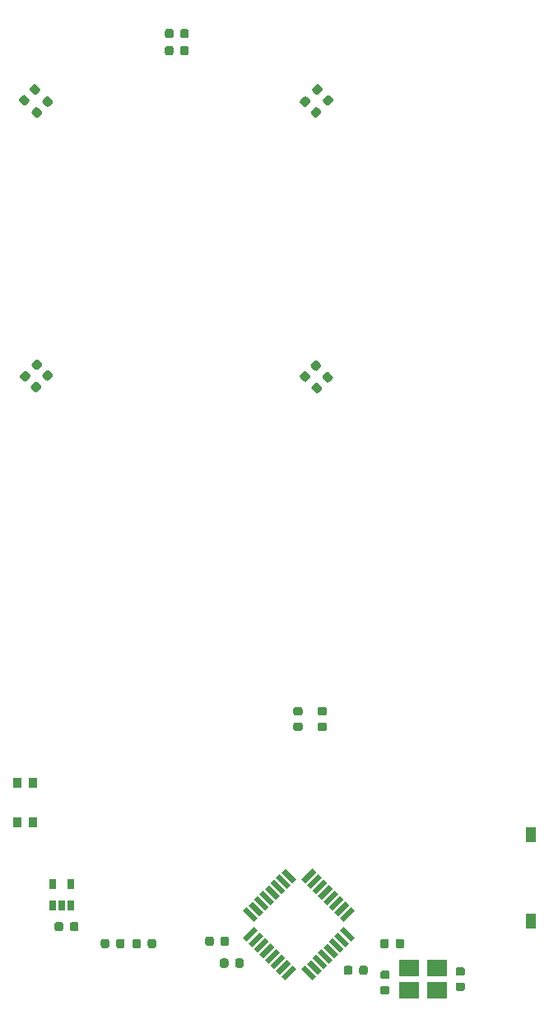
<source format=gbr>
G04 #@! TF.GenerationSoftware,KiCad,Pcbnew,5.1.7-a382d34a8~87~ubuntu20.04.1*
G04 #@! TF.CreationDate,2020-10-04T08:45:11+02:00*
G04 #@! TF.ProjectId,reform2-trackball,7265666f-726d-4322-9d74-7261636b6261,rev?*
G04 #@! TF.SameCoordinates,Original*
G04 #@! TF.FileFunction,Paste,Top*
G04 #@! TF.FilePolarity,Positive*
%FSLAX46Y46*%
G04 Gerber Fmt 4.6, Leading zero omitted, Abs format (unit mm)*
G04 Created by KiCad (PCBNEW 5.1.7-a382d34a8~87~ubuntu20.04.1) date 2020-10-04 08:45:11*
%MOMM*%
%LPD*%
G01*
G04 APERTURE LIST*
%ADD10R,0.650000X1.060000*%
%ADD11R,1.100000X1.500000*%
%ADD12R,0.900000X1.000000*%
%ADD13R,2.100000X1.800000*%
%ADD14C,0.100000*%
G04 APERTURE END LIST*
G36*
G01*
X126543750Y-133250000D02*
X127056250Y-133250000D01*
G75*
G02*
X127275000Y-133468750I0J-218750D01*
G01*
X127275000Y-133906250D01*
G75*
G02*
X127056250Y-134125000I-218750J0D01*
G01*
X126543750Y-134125000D01*
G75*
G02*
X126325000Y-133906250I0J218750D01*
G01*
X126325000Y-133468750D01*
G75*
G02*
X126543750Y-133250000I218750J0D01*
G01*
G37*
G36*
G01*
X126543750Y-131675000D02*
X127056250Y-131675000D01*
G75*
G02*
X127275000Y-131893750I0J-218750D01*
G01*
X127275000Y-132331250D01*
G75*
G02*
X127056250Y-132550000I-218750J0D01*
G01*
X126543750Y-132550000D01*
G75*
G02*
X126325000Y-132331250I0J218750D01*
G01*
X126325000Y-131893750D01*
G75*
G02*
X126543750Y-131675000I218750J0D01*
G01*
G37*
G36*
G01*
X124043750Y-133250000D02*
X124556250Y-133250000D01*
G75*
G02*
X124775000Y-133468750I0J-218750D01*
G01*
X124775000Y-133906250D01*
G75*
G02*
X124556250Y-134125000I-218750J0D01*
G01*
X124043750Y-134125000D01*
G75*
G02*
X123825000Y-133906250I0J218750D01*
G01*
X123825000Y-133468750D01*
G75*
G02*
X124043750Y-133250000I218750J0D01*
G01*
G37*
G36*
G01*
X124043750Y-131675000D02*
X124556250Y-131675000D01*
G75*
G02*
X124775000Y-131893750I0J-218750D01*
G01*
X124775000Y-132331250D01*
G75*
G02*
X124556250Y-132550000I-218750J0D01*
G01*
X124043750Y-132550000D01*
G75*
G02*
X123825000Y-132331250I0J218750D01*
G01*
X123825000Y-131893750D01*
G75*
G02*
X124043750Y-131675000I218750J0D01*
G01*
G37*
G36*
G01*
X108150000Y-155743750D02*
X108150000Y-156256250D01*
G75*
G02*
X107931250Y-156475000I-218750J0D01*
G01*
X107493750Y-156475000D01*
G75*
G02*
X107275000Y-156256250I0J218750D01*
G01*
X107275000Y-155743750D01*
G75*
G02*
X107493750Y-155525000I218750J0D01*
G01*
X107931250Y-155525000D01*
G75*
G02*
X108150000Y-155743750I0J-218750D01*
G01*
G37*
G36*
G01*
X109725000Y-155743750D02*
X109725000Y-156256250D01*
G75*
G02*
X109506250Y-156475000I-218750J0D01*
G01*
X109068750Y-156475000D01*
G75*
G02*
X108850000Y-156256250I0J218750D01*
G01*
X108850000Y-155743750D01*
G75*
G02*
X109068750Y-155525000I218750J0D01*
G01*
X109506250Y-155525000D01*
G75*
G02*
X109725000Y-155743750I0J-218750D01*
G01*
G37*
G36*
G01*
X105600000Y-156256250D02*
X105600000Y-155743750D01*
G75*
G02*
X105818750Y-155525000I218750J0D01*
G01*
X106256250Y-155525000D01*
G75*
G02*
X106475000Y-155743750I0J-218750D01*
G01*
X106475000Y-156256250D01*
G75*
G02*
X106256250Y-156475000I-218750J0D01*
G01*
X105818750Y-156475000D01*
G75*
G02*
X105600000Y-156256250I0J218750D01*
G01*
G37*
G36*
G01*
X104025000Y-156256250D02*
X104025000Y-155743750D01*
G75*
G02*
X104243750Y-155525000I218750J0D01*
G01*
X104681250Y-155525000D01*
G75*
G02*
X104900000Y-155743750I0J-218750D01*
G01*
X104900000Y-156256250D01*
G75*
G02*
X104681250Y-156475000I-218750J0D01*
G01*
X104243750Y-156475000D01*
G75*
G02*
X104025000Y-156256250I0J218750D01*
G01*
G37*
D10*
X99050000Y-149900000D03*
X100950000Y-149900000D03*
X100950000Y-152100000D03*
X100000000Y-152100000D03*
X99050000Y-152100000D03*
G36*
G01*
X100850000Y-154506250D02*
X100850000Y-153993750D01*
G75*
G02*
X101068750Y-153775000I218750J0D01*
G01*
X101506250Y-153775000D01*
G75*
G02*
X101725000Y-153993750I0J-218750D01*
G01*
X101725000Y-154506250D01*
G75*
G02*
X101506250Y-154725000I-218750J0D01*
G01*
X101068750Y-154725000D01*
G75*
G02*
X100850000Y-154506250I0J218750D01*
G01*
G37*
G36*
G01*
X99275000Y-154506250D02*
X99275000Y-153993750D01*
G75*
G02*
X99493750Y-153775000I218750J0D01*
G01*
X99931250Y-153775000D01*
G75*
G02*
X100150000Y-153993750I0J-218750D01*
G01*
X100150000Y-154506250D01*
G75*
G02*
X99931250Y-154725000I-218750J0D01*
G01*
X99493750Y-154725000D01*
G75*
G02*
X99275000Y-154506250I0J218750D01*
G01*
G37*
G36*
G01*
X126371316Y-98366291D02*
X126733709Y-98728684D01*
G75*
G02*
X126733709Y-99038044I-154680J-154680D01*
G01*
X126424350Y-99347403D01*
G75*
G02*
X126114990Y-99347403I-154680J154680D01*
G01*
X125752597Y-98985010D01*
G75*
G02*
X125752597Y-98675650I154680J154680D01*
G01*
X126061956Y-98366291D01*
G75*
G02*
X126371316Y-98366291I154680J-154680D01*
G01*
G37*
G36*
G01*
X127485010Y-97252597D02*
X127847403Y-97614990D01*
G75*
G02*
X127847403Y-97924350I-154680J-154680D01*
G01*
X127538044Y-98233709D01*
G75*
G02*
X127228684Y-98233709I-154680J154680D01*
G01*
X126866291Y-97871316D01*
G75*
G02*
X126866291Y-97561956I154680J154680D01*
G01*
X127175650Y-97252597D01*
G75*
G02*
X127485010Y-97252597I154680J-154680D01*
G01*
G37*
G36*
G01*
X126916291Y-69128684D02*
X127278684Y-68766291D01*
G75*
G02*
X127588044Y-68766291I154680J-154680D01*
G01*
X127897403Y-69075650D01*
G75*
G02*
X127897403Y-69385010I-154680J-154680D01*
G01*
X127535010Y-69747403D01*
G75*
G02*
X127225650Y-69747403I-154680J154680D01*
G01*
X126916291Y-69438044D01*
G75*
G02*
X126916291Y-69128684I154680J154680D01*
G01*
G37*
G36*
G01*
X125802597Y-68014990D02*
X126164990Y-67652597D01*
G75*
G02*
X126474350Y-67652597I154680J-154680D01*
G01*
X126783709Y-67961956D01*
G75*
G02*
X126783709Y-68271316I-154680J-154680D01*
G01*
X126421316Y-68633709D01*
G75*
G02*
X126111956Y-68633709I-154680J154680D01*
G01*
X125802597Y-68324350D01*
G75*
G02*
X125802597Y-68014990I154680J154680D01*
G01*
G37*
G36*
G01*
X112200000Y-62656250D02*
X112200000Y-62143750D01*
G75*
G02*
X112418750Y-61925000I218750J0D01*
G01*
X112856250Y-61925000D01*
G75*
G02*
X113075000Y-62143750I0J-218750D01*
G01*
X113075000Y-62656250D01*
G75*
G02*
X112856250Y-62875000I-218750J0D01*
G01*
X112418750Y-62875000D01*
G75*
G02*
X112200000Y-62656250I0J218750D01*
G01*
G37*
G36*
G01*
X110625000Y-62656250D02*
X110625000Y-62143750D01*
G75*
G02*
X110843750Y-61925000I218750J0D01*
G01*
X111281250Y-61925000D01*
G75*
G02*
X111500000Y-62143750I0J-218750D01*
G01*
X111500000Y-62656250D01*
G75*
G02*
X111281250Y-62875000I-218750J0D01*
G01*
X110843750Y-62875000D01*
G75*
G02*
X110625000Y-62656250I0J218750D01*
G01*
G37*
G36*
G01*
X96271316Y-68766291D02*
X96633709Y-69128684D01*
G75*
G02*
X96633709Y-69438044I-154680J-154680D01*
G01*
X96324350Y-69747403D01*
G75*
G02*
X96014990Y-69747403I-154680J154680D01*
G01*
X95652597Y-69385010D01*
G75*
G02*
X95652597Y-69075650I154680J154680D01*
G01*
X95961956Y-68766291D01*
G75*
G02*
X96271316Y-68766291I154680J-154680D01*
G01*
G37*
G36*
G01*
X97385010Y-67652597D02*
X97747403Y-68014990D01*
G75*
G02*
X97747403Y-68324350I-154680J-154680D01*
G01*
X97438044Y-68633709D01*
G75*
G02*
X97128684Y-68633709I-154680J154680D01*
G01*
X96766291Y-68271316D01*
G75*
G02*
X96766291Y-67961956I154680J154680D01*
G01*
X97075650Y-67652597D01*
G75*
G02*
X97385010Y-67652597I154680J-154680D01*
G01*
G37*
G36*
G01*
X96733709Y-97771316D02*
X96371316Y-98133709D01*
G75*
G02*
X96061956Y-98133709I-154680J154680D01*
G01*
X95752597Y-97824350D01*
G75*
G02*
X95752597Y-97514990I154680J154680D01*
G01*
X96114990Y-97152597D01*
G75*
G02*
X96424350Y-97152597I154680J-154680D01*
G01*
X96733709Y-97461956D01*
G75*
G02*
X96733709Y-97771316I-154680J-154680D01*
G01*
G37*
G36*
G01*
X97847403Y-98885010D02*
X97485010Y-99247403D01*
G75*
G02*
X97175650Y-99247403I-154680J154680D01*
G01*
X96866291Y-98938044D01*
G75*
G02*
X96866291Y-98628684I154680J154680D01*
G01*
X97228684Y-98266291D01*
G75*
G02*
X97538044Y-98266291I154680J-154680D01*
G01*
X97847403Y-98575650D01*
G75*
G02*
X97847403Y-98885010I-154680J-154680D01*
G01*
G37*
G36*
G01*
X133650000Y-155743750D02*
X133650000Y-156256250D01*
G75*
G02*
X133431250Y-156475000I-218750J0D01*
G01*
X132993750Y-156475000D01*
G75*
G02*
X132775000Y-156256250I0J218750D01*
G01*
X132775000Y-155743750D01*
G75*
G02*
X132993750Y-155525000I218750J0D01*
G01*
X133431250Y-155525000D01*
G75*
G02*
X133650000Y-155743750I0J-218750D01*
G01*
G37*
G36*
G01*
X135225000Y-155743750D02*
X135225000Y-156256250D01*
G75*
G02*
X135006250Y-156475000I-218750J0D01*
G01*
X134568750Y-156475000D01*
G75*
G02*
X134350000Y-156256250I0J218750D01*
G01*
X134350000Y-155743750D01*
G75*
G02*
X134568750Y-155525000I218750J0D01*
G01*
X135006250Y-155525000D01*
G75*
G02*
X135225000Y-155743750I0J-218750D01*
G01*
G37*
G36*
G01*
X116350000Y-156006250D02*
X116350000Y-155493750D01*
G75*
G02*
X116568750Y-155275000I218750J0D01*
G01*
X117006250Y-155275000D01*
G75*
G02*
X117225000Y-155493750I0J-218750D01*
G01*
X117225000Y-156006250D01*
G75*
G02*
X117006250Y-156225000I-218750J0D01*
G01*
X116568750Y-156225000D01*
G75*
G02*
X116350000Y-156006250I0J218750D01*
G01*
G37*
G36*
G01*
X114775000Y-156006250D02*
X114775000Y-155493750D01*
G75*
G02*
X114993750Y-155275000I218750J0D01*
G01*
X115431250Y-155275000D01*
G75*
G02*
X115650000Y-155493750I0J-218750D01*
G01*
X115650000Y-156006250D01*
G75*
G02*
X115431250Y-156225000I-218750J0D01*
G01*
X114993750Y-156225000D01*
G75*
G02*
X114775000Y-156006250I0J218750D01*
G01*
G37*
G36*
G01*
X117150000Y-157743750D02*
X117150000Y-158256250D01*
G75*
G02*
X116931250Y-158475000I-218750J0D01*
G01*
X116493750Y-158475000D01*
G75*
G02*
X116275000Y-158256250I0J218750D01*
G01*
X116275000Y-157743750D01*
G75*
G02*
X116493750Y-157525000I218750J0D01*
G01*
X116931250Y-157525000D01*
G75*
G02*
X117150000Y-157743750I0J-218750D01*
G01*
G37*
G36*
G01*
X118725000Y-157743750D02*
X118725000Y-158256250D01*
G75*
G02*
X118506250Y-158475000I-218750J0D01*
G01*
X118068750Y-158475000D01*
G75*
G02*
X117850000Y-158256250I0J218750D01*
G01*
X117850000Y-157743750D01*
G75*
G02*
X118068750Y-157525000I218750J0D01*
G01*
X118506250Y-157525000D01*
G75*
G02*
X118725000Y-157743750I0J-218750D01*
G01*
G37*
G36*
G01*
X130600000Y-159006250D02*
X130600000Y-158493750D01*
G75*
G02*
X130818750Y-158275000I218750J0D01*
G01*
X131256250Y-158275000D01*
G75*
G02*
X131475000Y-158493750I0J-218750D01*
G01*
X131475000Y-159006250D01*
G75*
G02*
X131256250Y-159225000I-218750J0D01*
G01*
X130818750Y-159225000D01*
G75*
G02*
X130600000Y-159006250I0J218750D01*
G01*
G37*
G36*
G01*
X129025000Y-159006250D02*
X129025000Y-158493750D01*
G75*
G02*
X129243750Y-158275000I218750J0D01*
G01*
X129681250Y-158275000D01*
G75*
G02*
X129900000Y-158493750I0J-218750D01*
G01*
X129900000Y-159006250D01*
G75*
G02*
X129681250Y-159225000I-218750J0D01*
G01*
X129243750Y-159225000D01*
G75*
G02*
X129025000Y-159006250I0J218750D01*
G01*
G37*
G36*
G01*
X132993750Y-160350000D02*
X133506250Y-160350000D01*
G75*
G02*
X133725000Y-160568750I0J-218750D01*
G01*
X133725000Y-161006250D01*
G75*
G02*
X133506250Y-161225000I-218750J0D01*
G01*
X132993750Y-161225000D01*
G75*
G02*
X132775000Y-161006250I0J218750D01*
G01*
X132775000Y-160568750D01*
G75*
G02*
X132993750Y-160350000I218750J0D01*
G01*
G37*
G36*
G01*
X132993750Y-158775000D02*
X133506250Y-158775000D01*
G75*
G02*
X133725000Y-158993750I0J-218750D01*
G01*
X133725000Y-159431250D01*
G75*
G02*
X133506250Y-159650000I-218750J0D01*
G01*
X132993750Y-159650000D01*
G75*
G02*
X132775000Y-159431250I0J218750D01*
G01*
X132775000Y-158993750D01*
G75*
G02*
X132993750Y-158775000I218750J0D01*
G01*
G37*
G36*
G01*
X140743750Y-160000000D02*
X141256250Y-160000000D01*
G75*
G02*
X141475000Y-160218750I0J-218750D01*
G01*
X141475000Y-160656250D01*
G75*
G02*
X141256250Y-160875000I-218750J0D01*
G01*
X140743750Y-160875000D01*
G75*
G02*
X140525000Y-160656250I0J218750D01*
G01*
X140525000Y-160218750D01*
G75*
G02*
X140743750Y-160000000I218750J0D01*
G01*
G37*
G36*
G01*
X140743750Y-158425000D02*
X141256250Y-158425000D01*
G75*
G02*
X141475000Y-158643750I0J-218750D01*
G01*
X141475000Y-159081250D01*
G75*
G02*
X141256250Y-159300000I-218750J0D01*
G01*
X140743750Y-159300000D01*
G75*
G02*
X140525000Y-159081250I0J218750D01*
G01*
X140525000Y-158643750D01*
G75*
G02*
X140743750Y-158425000I218750J0D01*
G01*
G37*
D11*
X148250000Y-144800000D03*
X148250000Y-153700000D03*
D12*
X97050000Y-139450000D03*
X95450000Y-139450000D03*
X97050000Y-143550000D03*
X95450000Y-143550000D03*
G36*
G01*
X126028684Y-97033709D02*
X125666291Y-96671316D01*
G75*
G02*
X125666291Y-96361956I154680J154680D01*
G01*
X125975650Y-96052597D01*
G75*
G02*
X126285010Y-96052597I154680J-154680D01*
G01*
X126647403Y-96414990D01*
G75*
G02*
X126647403Y-96724350I-154680J-154680D01*
G01*
X126338044Y-97033709D01*
G75*
G02*
X126028684Y-97033709I-154680J154680D01*
G01*
G37*
G36*
G01*
X124914990Y-98147403D02*
X124552597Y-97785010D01*
G75*
G02*
X124552597Y-97475650I154680J154680D01*
G01*
X124861956Y-97166291D01*
G75*
G02*
X125171316Y-97166291I154680J-154680D01*
G01*
X125533709Y-97528684D01*
G75*
G02*
X125533709Y-97838044I-154680J-154680D01*
G01*
X125224350Y-98147403D01*
G75*
G02*
X124914990Y-98147403I-154680J154680D01*
G01*
G37*
G36*
G01*
X125533709Y-69521316D02*
X125171316Y-69883709D01*
G75*
G02*
X124861956Y-69883709I-154680J154680D01*
G01*
X124552597Y-69574350D01*
G75*
G02*
X124552597Y-69264990I154680J154680D01*
G01*
X124914990Y-68902597D01*
G75*
G02*
X125224350Y-68902597I154680J-154680D01*
G01*
X125533709Y-69211956D01*
G75*
G02*
X125533709Y-69521316I-154680J-154680D01*
G01*
G37*
G36*
G01*
X126647403Y-70635010D02*
X126285010Y-70997403D01*
G75*
G02*
X125975650Y-70997403I-154680J154680D01*
G01*
X125666291Y-70688044D01*
G75*
G02*
X125666291Y-70378684I154680J154680D01*
G01*
X126028684Y-70016291D01*
G75*
G02*
X126338044Y-70016291I154680J-154680D01*
G01*
X126647403Y-70325650D01*
G75*
G02*
X126647403Y-70635010I-154680J-154680D01*
G01*
G37*
G36*
G01*
X111500000Y-63893750D02*
X111500000Y-64406250D01*
G75*
G02*
X111281250Y-64625000I-218750J0D01*
G01*
X110843750Y-64625000D01*
G75*
G02*
X110625000Y-64406250I0J218750D01*
G01*
X110625000Y-63893750D01*
G75*
G02*
X110843750Y-63675000I218750J0D01*
G01*
X111281250Y-63675000D01*
G75*
G02*
X111500000Y-63893750I0J-218750D01*
G01*
G37*
G36*
G01*
X113075000Y-63893750D02*
X113075000Y-64406250D01*
G75*
G02*
X112856250Y-64625000I-218750J0D01*
G01*
X112418750Y-64625000D01*
G75*
G02*
X112200000Y-64406250I0J218750D01*
G01*
X112200000Y-63893750D01*
G75*
G02*
X112418750Y-63675000I218750J0D01*
G01*
X112856250Y-63675000D01*
G75*
G02*
X113075000Y-63893750I0J-218750D01*
G01*
G37*
G36*
G01*
X98428684Y-69883709D02*
X98066291Y-69521316D01*
G75*
G02*
X98066291Y-69211956I154680J154680D01*
G01*
X98375650Y-68902597D01*
G75*
G02*
X98685010Y-68902597I154680J-154680D01*
G01*
X99047403Y-69264990D01*
G75*
G02*
X99047403Y-69574350I-154680J-154680D01*
G01*
X98738044Y-69883709D01*
G75*
G02*
X98428684Y-69883709I-154680J154680D01*
G01*
G37*
G36*
G01*
X97314990Y-70997403D02*
X96952597Y-70635010D01*
G75*
G02*
X96952597Y-70325650I154680J154680D01*
G01*
X97261956Y-70016291D01*
G75*
G02*
X97571316Y-70016291I154680J-154680D01*
G01*
X97933709Y-70378684D01*
G75*
G02*
X97933709Y-70688044I-154680J-154680D01*
G01*
X97624350Y-70997403D01*
G75*
G02*
X97314990Y-70997403I-154680J154680D01*
G01*
G37*
G36*
G01*
X98066291Y-97428684D02*
X98428684Y-97066291D01*
G75*
G02*
X98738044Y-97066291I154680J-154680D01*
G01*
X99047403Y-97375650D01*
G75*
G02*
X99047403Y-97685010I-154680J-154680D01*
G01*
X98685010Y-98047403D01*
G75*
G02*
X98375650Y-98047403I-154680J154680D01*
G01*
X98066291Y-97738044D01*
G75*
G02*
X98066291Y-97428684I154680J154680D01*
G01*
G37*
G36*
G01*
X96952597Y-96314990D02*
X97314990Y-95952597D01*
G75*
G02*
X97624350Y-95952597I154680J-154680D01*
G01*
X97933709Y-96261956D01*
G75*
G02*
X97933709Y-96571316I-154680J-154680D01*
G01*
X97571316Y-96933709D01*
G75*
G02*
X97261956Y-96933709I-154680J154680D01*
G01*
X96952597Y-96624350D01*
G75*
G02*
X96952597Y-96314990I154680J154680D01*
G01*
G37*
D13*
X138650000Y-160800000D03*
X135750000Y-160800000D03*
X135750000Y-158500000D03*
X138650000Y-158500000D03*
D14*
G36*
X126185445Y-159356334D02*
G01*
X125796536Y-159745243D01*
X124665165Y-158613872D01*
X125054074Y-158224963D01*
X126185445Y-159356334D01*
G37*
G36*
X126751130Y-158790648D02*
G01*
X126362221Y-159179557D01*
X125230850Y-158048186D01*
X125619759Y-157659277D01*
X126751130Y-158790648D01*
G37*
G36*
X127316816Y-158224963D02*
G01*
X126927907Y-158613872D01*
X125796536Y-157482501D01*
X126185445Y-157093592D01*
X127316816Y-158224963D01*
G37*
G36*
X127882501Y-157659278D02*
G01*
X127493592Y-158048187D01*
X126362221Y-156916816D01*
X126751130Y-156527907D01*
X127882501Y-157659278D01*
G37*
G36*
X128448187Y-157093592D02*
G01*
X128059278Y-157482501D01*
X126927907Y-156351130D01*
X127316816Y-155962221D01*
X128448187Y-157093592D01*
G37*
G36*
X129013872Y-156527907D02*
G01*
X128624963Y-156916816D01*
X127493592Y-155785445D01*
X127882501Y-155396536D01*
X129013872Y-156527907D01*
G37*
G36*
X129579557Y-155962221D02*
G01*
X129190648Y-156351130D01*
X128059277Y-155219759D01*
X128448186Y-154830850D01*
X129579557Y-155962221D01*
G37*
G36*
X130145243Y-155396536D02*
G01*
X129756334Y-155785445D01*
X128624963Y-154654074D01*
X129013872Y-154265165D01*
X130145243Y-155396536D01*
G37*
G36*
X129756334Y-152214555D02*
G01*
X130145243Y-152603464D01*
X129013872Y-153734835D01*
X128624963Y-153345926D01*
X129756334Y-152214555D01*
G37*
G36*
X129190648Y-151648870D02*
G01*
X129579557Y-152037779D01*
X128448186Y-153169150D01*
X128059277Y-152780241D01*
X129190648Y-151648870D01*
G37*
G36*
X128624963Y-151083184D02*
G01*
X129013872Y-151472093D01*
X127882501Y-152603464D01*
X127493592Y-152214555D01*
X128624963Y-151083184D01*
G37*
G36*
X128059278Y-150517499D02*
G01*
X128448187Y-150906408D01*
X127316816Y-152037779D01*
X126927907Y-151648870D01*
X128059278Y-150517499D01*
G37*
G36*
X127493592Y-149951813D02*
G01*
X127882501Y-150340722D01*
X126751130Y-151472093D01*
X126362221Y-151083184D01*
X127493592Y-149951813D01*
G37*
G36*
X126927907Y-149386128D02*
G01*
X127316816Y-149775037D01*
X126185445Y-150906408D01*
X125796536Y-150517499D01*
X126927907Y-149386128D01*
G37*
G36*
X126362221Y-148820443D02*
G01*
X126751130Y-149209352D01*
X125619759Y-150340723D01*
X125230850Y-149951814D01*
X126362221Y-148820443D01*
G37*
G36*
X125796536Y-148254757D02*
G01*
X126185445Y-148643666D01*
X125054074Y-149775037D01*
X124665165Y-149386128D01*
X125796536Y-148254757D01*
G37*
G36*
X124134835Y-149386128D02*
G01*
X123745926Y-149775037D01*
X122614555Y-148643666D01*
X123003464Y-148254757D01*
X124134835Y-149386128D01*
G37*
G36*
X123569150Y-149951814D02*
G01*
X123180241Y-150340723D01*
X122048870Y-149209352D01*
X122437779Y-148820443D01*
X123569150Y-149951814D01*
G37*
G36*
X123003464Y-150517499D02*
G01*
X122614555Y-150906408D01*
X121483184Y-149775037D01*
X121872093Y-149386128D01*
X123003464Y-150517499D01*
G37*
G36*
X122437779Y-151083184D02*
G01*
X122048870Y-151472093D01*
X120917499Y-150340722D01*
X121306408Y-149951813D01*
X122437779Y-151083184D01*
G37*
G36*
X121872093Y-151648870D02*
G01*
X121483184Y-152037779D01*
X120351813Y-150906408D01*
X120740722Y-150517499D01*
X121872093Y-151648870D01*
G37*
G36*
X121306408Y-152214555D02*
G01*
X120917499Y-152603464D01*
X119786128Y-151472093D01*
X120175037Y-151083184D01*
X121306408Y-152214555D01*
G37*
G36*
X120740723Y-152780241D02*
G01*
X120351814Y-153169150D01*
X119220443Y-152037779D01*
X119609352Y-151648870D01*
X120740723Y-152780241D01*
G37*
G36*
X120175037Y-153345926D02*
G01*
X119786128Y-153734835D01*
X118654757Y-152603464D01*
X119043666Y-152214555D01*
X120175037Y-153345926D01*
G37*
G36*
X119786128Y-154265165D02*
G01*
X120175037Y-154654074D01*
X119043666Y-155785445D01*
X118654757Y-155396536D01*
X119786128Y-154265165D01*
G37*
G36*
X120351814Y-154830850D02*
G01*
X120740723Y-155219759D01*
X119609352Y-156351130D01*
X119220443Y-155962221D01*
X120351814Y-154830850D01*
G37*
G36*
X120917499Y-155396536D02*
G01*
X121306408Y-155785445D01*
X120175037Y-156916816D01*
X119786128Y-156527907D01*
X120917499Y-155396536D01*
G37*
G36*
X121483184Y-155962221D02*
G01*
X121872093Y-156351130D01*
X120740722Y-157482501D01*
X120351813Y-157093592D01*
X121483184Y-155962221D01*
G37*
G36*
X122048870Y-156527907D02*
G01*
X122437779Y-156916816D01*
X121306408Y-158048187D01*
X120917499Y-157659278D01*
X122048870Y-156527907D01*
G37*
G36*
X122614555Y-157093592D02*
G01*
X123003464Y-157482501D01*
X121872093Y-158613872D01*
X121483184Y-158224963D01*
X122614555Y-157093592D01*
G37*
G36*
X123180241Y-157659277D02*
G01*
X123569150Y-158048186D01*
X122437779Y-159179557D01*
X122048870Y-158790648D01*
X123180241Y-157659277D01*
G37*
G36*
X123745926Y-158224963D02*
G01*
X124134835Y-158613872D01*
X123003464Y-159745243D01*
X122614555Y-159356334D01*
X123745926Y-158224963D01*
G37*
M02*

</source>
